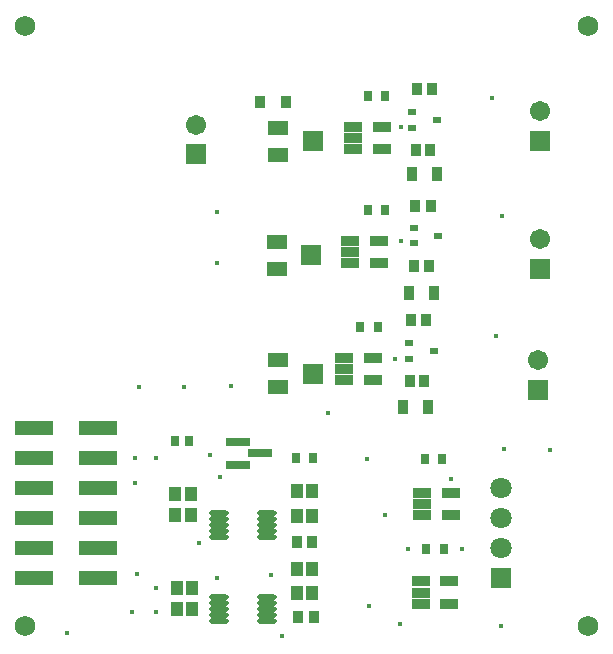
<source format=gts>
G04*
G04 #@! TF.GenerationSoftware,Altium Limited,Altium Designer,20.2.4 (192)*
G04*
G04 Layer_Color=8388736*
%FSLAX25Y25*%
%MOIN*%
G70*
G04*
G04 #@! TF.SameCoordinates,916D3FFB-3ED2-40BB-BA98-F56BCE00B8A7*
G04*
G04*
G04 #@! TF.FilePolarity,Negative*
G04*
G01*
G75*
%ADD18R,0.03150X0.03543*%
%ADD22R,0.03765X0.04749*%
%ADD23R,0.02953X0.03543*%
%ADD30O,0.06509X0.01784*%
%ADD31R,0.13005X0.04737*%
%ADD32R,0.03753X0.04147*%
%ADD33R,0.04343X0.04737*%
%ADD34R,0.04147X0.04540*%
%ADD35R,0.03556X0.04147*%
%ADD36R,0.05918X0.03556*%
%ADD37R,0.03162X0.02375*%
%ADD38R,0.07099X0.07099*%
%ADD39R,0.07099X0.05131*%
%ADD40R,0.03280X0.04068*%
%ADD41R,0.08280X0.03162*%
%ADD42R,0.06706X0.06706*%
%ADD43C,0.06706*%
%ADD44C,0.06800*%
%ADD45C,0.07099*%
%ADD46R,0.07099X0.07099*%
%ADD47C,0.01500*%
D18*
X145547Y68000D02*
D03*
X151453D02*
D03*
X146047Y38000D02*
D03*
X151953D02*
D03*
X126547Y151000D02*
D03*
X132453D02*
D03*
X124047Y112000D02*
D03*
X129953D02*
D03*
X126547Y189000D02*
D03*
X132453D02*
D03*
X108453Y68500D02*
D03*
X102547D02*
D03*
D22*
X146535Y85500D02*
D03*
X138465D02*
D03*
X149535Y163000D02*
D03*
X141465D02*
D03*
X148535Y123500D02*
D03*
X140465D02*
D03*
D23*
X62276Y74000D02*
D03*
X67000D02*
D03*
D30*
X77028Y49937D02*
D03*
Y47969D02*
D03*
Y46000D02*
D03*
Y44032D02*
D03*
Y42063D02*
D03*
X92972Y49937D02*
D03*
Y47969D02*
D03*
Y46000D02*
D03*
Y44032D02*
D03*
Y42063D02*
D03*
X77028Y21937D02*
D03*
Y19969D02*
D03*
Y18000D02*
D03*
Y16032D02*
D03*
Y14063D02*
D03*
X92972Y21937D02*
D03*
Y19969D02*
D03*
Y18000D02*
D03*
Y16032D02*
D03*
Y14063D02*
D03*
D31*
X15370Y48500D02*
D03*
X36630D02*
D03*
X15370Y38500D02*
D03*
X36630D02*
D03*
X15370Y28500D02*
D03*
X36630D02*
D03*
Y58500D02*
D03*
X15370D02*
D03*
X36630Y68500D02*
D03*
Y78500D02*
D03*
X15370Y68500D02*
D03*
Y78500D02*
D03*
D32*
X102941Y40500D02*
D03*
X108059D02*
D03*
X140941Y114500D02*
D03*
X146059D02*
D03*
X142941Y191500D02*
D03*
X148059D02*
D03*
X108559Y15500D02*
D03*
X103441D02*
D03*
X142441Y152500D02*
D03*
X147559D02*
D03*
D33*
X62843Y25000D02*
D03*
X68157D02*
D03*
X108157Y57500D02*
D03*
X102843D02*
D03*
X108157Y23500D02*
D03*
X102843D02*
D03*
X62343Y56500D02*
D03*
X67657D02*
D03*
D34*
X68157Y18000D02*
D03*
X62843D02*
D03*
X102843Y49000D02*
D03*
X108157D02*
D03*
X67657Y49500D02*
D03*
X62343D02*
D03*
X102843Y31500D02*
D03*
X108157D02*
D03*
D35*
X145461Y94000D02*
D03*
X140539D02*
D03*
X146961Y132500D02*
D03*
X142039D02*
D03*
X147461Y171000D02*
D03*
X142539D02*
D03*
D36*
X154224Y56740D02*
D03*
Y49260D02*
D03*
X144776D02*
D03*
Y53000D02*
D03*
Y56740D02*
D03*
X120776Y140740D02*
D03*
Y137000D02*
D03*
Y133260D02*
D03*
X130224D02*
D03*
Y140740D02*
D03*
X121776Y178740D02*
D03*
Y175000D02*
D03*
Y171260D02*
D03*
X131224D02*
D03*
Y178740D02*
D03*
X153724Y27240D02*
D03*
Y19760D02*
D03*
X144276D02*
D03*
Y23500D02*
D03*
Y27240D02*
D03*
X118776Y101740D02*
D03*
Y98000D02*
D03*
Y94260D02*
D03*
X128224D02*
D03*
Y101740D02*
D03*
D37*
X148634Y104000D02*
D03*
X140366Y101441D02*
D03*
Y106559D02*
D03*
X150134Y142500D02*
D03*
X141866Y139941D02*
D03*
Y145059D02*
D03*
X149634Y181000D02*
D03*
X141366Y178441D02*
D03*
Y183559D02*
D03*
D38*
X107709Y136000D02*
D03*
X108209Y96500D02*
D03*
Y174000D02*
D03*
D39*
X96291Y131472D02*
D03*
Y140528D02*
D03*
X96791Y91972D02*
D03*
Y101028D02*
D03*
Y169472D02*
D03*
Y178528D02*
D03*
D40*
X90610Y187000D02*
D03*
X99390D02*
D03*
D41*
X90780Y70000D02*
D03*
X83220Y66220D02*
D03*
Y73780D02*
D03*
D42*
X69500Y169579D02*
D03*
X184000Y131500D02*
D03*
X183500Y91079D02*
D03*
X184000Y174079D02*
D03*
D43*
X69500Y179421D02*
D03*
X184000Y141343D02*
D03*
X183500Y100921D02*
D03*
X184000Y183921D02*
D03*
D44*
X12500Y212500D02*
D03*
Y12500D02*
D03*
X200000D02*
D03*
Y212500D02*
D03*
D45*
X171000Y58500D02*
D03*
Y48500D02*
D03*
Y38500D02*
D03*
D46*
Y28500D02*
D03*
D47*
X187500Y71000D02*
D03*
X26500Y10000D02*
D03*
X168000Y188500D02*
D03*
X76500Y150500D02*
D03*
X113500Y83500D02*
D03*
X81000Y92500D02*
D03*
X50500Y92000D02*
D03*
X49000Y60000D02*
D03*
X56000Y68500D02*
D03*
X49000D02*
D03*
X49771Y29725D02*
D03*
X56000Y25000D02*
D03*
X70500Y40000D02*
D03*
X56000Y17000D02*
D03*
X98000Y9000D02*
D03*
X171500Y149000D02*
D03*
X169500Y109000D02*
D03*
X171000Y12500D02*
D03*
X172000Y71500D02*
D03*
X76500Y133500D02*
D03*
X65500Y92000D02*
D03*
X77500Y62000D02*
D03*
X126500Y68000D02*
D03*
X140000Y38000D02*
D03*
X132500Y49500D02*
D03*
X137528Y178707D02*
D03*
Y140707D02*
D03*
X135724Y101386D02*
D03*
X74000Y69500D02*
D03*
X94195Y29305D02*
D03*
X76500Y28500D02*
D03*
X158000Y38000D02*
D03*
X154224Y61386D02*
D03*
X48000Y17000D02*
D03*
X137500Y13000D02*
D03*
X127000Y19000D02*
D03*
M02*

</source>
